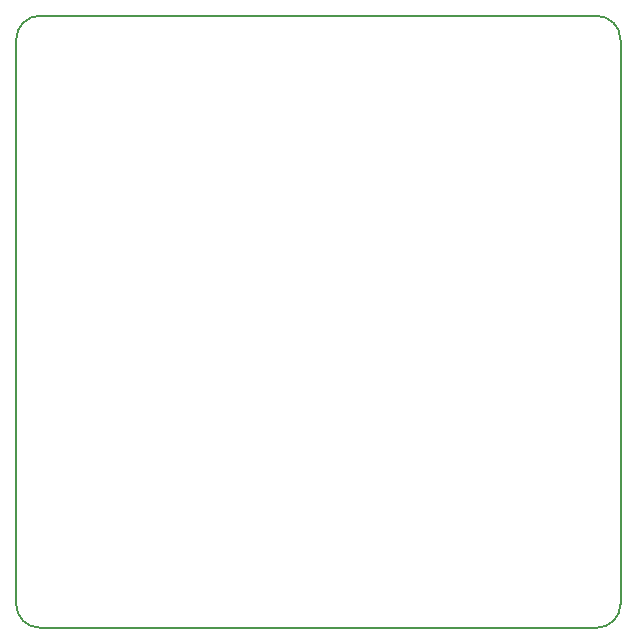
<source format=gbr>
G04 #@! TF.GenerationSoftware,KiCad,Pcbnew,(5.0.1-3-g963ef8bb5)*
G04 #@! TF.CreationDate,2020-04-18T14:55:13-02:30*
G04 #@! TF.ProjectId,graphics-card,67726170686963732D636172642E6B69,rev?*
G04 #@! TF.SameCoordinates,Original*
G04 #@! TF.FileFunction,Profile,NP*
%FSLAX46Y46*%
G04 Gerber Fmt 4.6, Leading zero omitted, Abs format (unit mm)*
G04 Created by KiCad (PCBNEW (5.0.1-3-g963ef8bb5)) date Saturday, April 18, 2020 at 02:55:13 pm*
%MOMM*%
%LPD*%
G01*
G04 APERTURE LIST*
%ADD10C,0.150000*%
G04 APERTURE END LIST*
D10*
X110236000Y-112268000D02*
G75*
G02X112268000Y-110236000I2032000J0D01*
G01*
X159385000Y-110236000D02*
G75*
G02X161417000Y-112268000I0J-2032000D01*
G01*
X161417000Y-160020000D02*
G75*
G02X159385000Y-162052000I-2032000J0D01*
G01*
X112268000Y-162052000D02*
G75*
G02X110236000Y-160020000I0J2032000D01*
G01*
X161417000Y-112268000D02*
X161417000Y-160020000D01*
X112268000Y-110236000D02*
X159385000Y-110236000D01*
X110236000Y-160020000D02*
X110236000Y-112268000D01*
X159385000Y-162052000D02*
X112268000Y-162052000D01*
M02*

</source>
